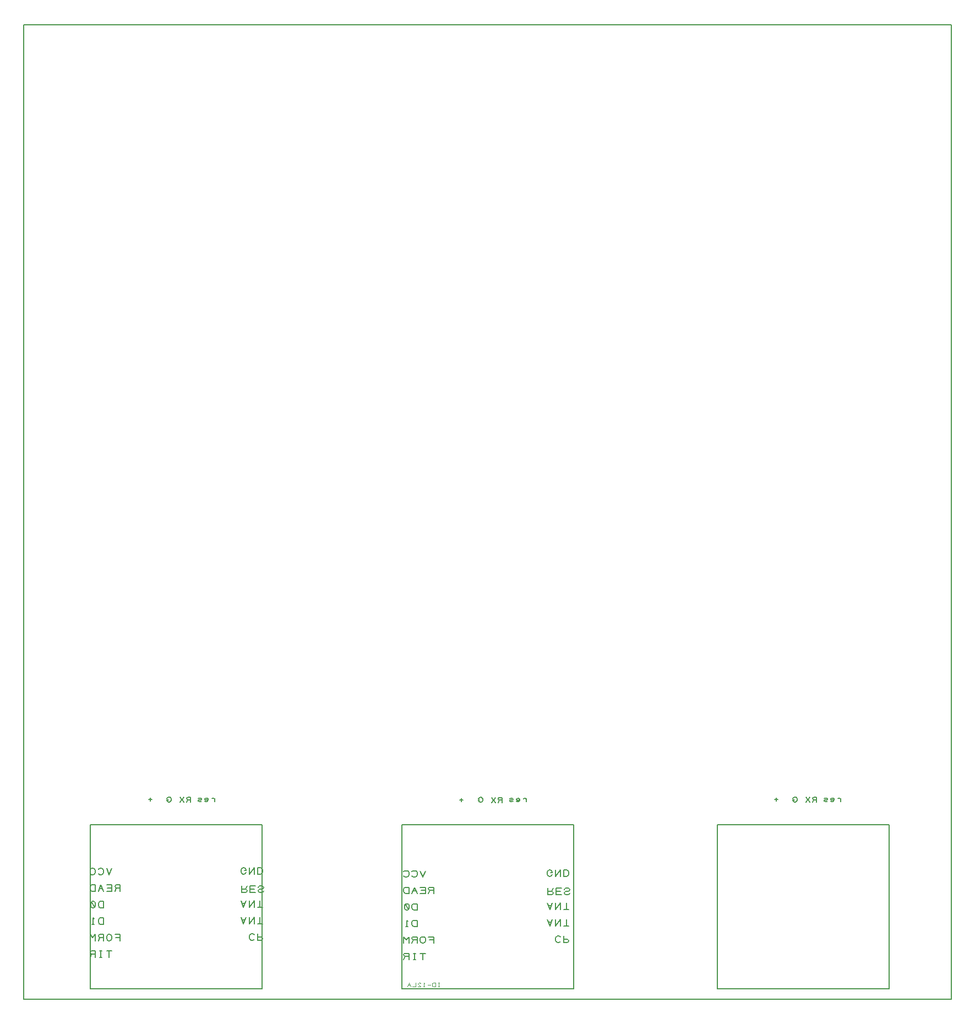
<source format=gbo>
%FSLAX35Y35*%
%MOIN*%
G04 EasyPC Gerber Version 18.0.8 Build 3632 *
%ADD84C,0.00450*%
%ADD11C,0.00500*%
%ADD15C,0.00600*%
%ADD83C,0.00750*%
X0Y0D02*
D02*
D11*
X144453Y6452D02*
Y106058D01*
X40516*
Y6452*
X144453*
X333184D02*
Y106058D01*
X229247*
Y6452*
X333184*
X524353D02*
Y106058D01*
X420416*
Y6452*
X524353*
X561920Y250D02*
Y590250D01*
X250*
Y250*
X561920*
D02*
D15*
X77808Y121187D02*
X75808D01*
X76808Y120187D02*
Y122187D01*
X87790Y120938D02*
X87040D01*
Y120688*
X87290Y120188*
X87540Y119938*
X88040Y119688*
X88540*
X89040Y119938*
X89290Y120188*
X89540Y120688*
Y121688*
X89290Y122188*
X89040Y122438*
X88540Y122688*
X88040*
X87540Y122438*
X87290Y122188*
X87040Y121688*
X101396Y119563D02*
Y122563D01*
X99646*
X99146Y122313*
X98896Y121813*
X99146Y121313*
X99646Y121063*
X101396*
X99646D02*
X98896Y119563D01*
X97396D02*
X94896Y122563D01*
X97396D02*
X94896Y119563D01*
X115998Y120062D02*
Y122062D01*
Y121312D02*
X115748Y121812D01*
X115248Y122062*
X114748*
X114248Y121812*
X109998Y120312D02*
X110248Y120062D01*
X110748*
X111248*
X111748Y120312*
X111998Y120812*
Y121562*
X111748Y121812*
X111248Y122062*
X110748*
X110248Y121812*
X109998Y121562*
Y121312*
X110248Y121062*
X110748Y120812*
X111248*
X111748Y121062*
X111998Y121312*
X107998Y120312D02*
X107498Y120062D01*
X106498*
X105998Y120312*
Y120812*
X106498Y121062*
X107498*
X107998Y121312*
Y121812*
X107498Y122062*
X106498*
X105998Y121812*
X266396Y121004D02*
X264396D01*
X265396Y120004D02*
Y122004D01*
X276378Y120755D02*
X275628D01*
Y120505*
X275878Y120005*
X276128Y119755*
X276628Y119505*
X277128*
X277628Y119755*
X277878Y120005*
X278128Y120505*
Y121505*
X277878Y122005*
X277628Y122255*
X277128Y122505*
X276628*
X276128Y122255*
X275878Y122005*
X275628Y121505*
X289984Y119380D02*
Y122380D01*
X288234*
X287734Y122130*
X287484Y121630*
X287734Y121130*
X288234Y120880*
X289984*
X288234D02*
X287484Y119380D01*
X285984D02*
X283484Y122380D01*
X285984D02*
X283484Y119380D01*
X304586Y119880D02*
Y121880D01*
Y121130D02*
X304336Y121630D01*
X303836Y121880*
X303336*
X302836Y121630*
X298586Y120130D02*
X298836Y119880D01*
X299336*
X299836*
X300336Y120130*
X300586Y120630*
Y121380*
X300336Y121630*
X299836Y121880*
X299336*
X298836Y121630*
X298586Y121380*
Y121130*
X298836Y120880*
X299336Y120630*
X299836*
X300336Y120880*
X300586Y121130*
X296586Y120130D02*
X296086Y119880D01*
X295086*
X294586Y120130*
Y120630*
X295086Y120880*
X296086*
X296586Y121130*
Y121630*
X296086Y121880*
X295086*
X294586Y121630*
X456835Y121187D02*
X454835D01*
X455835Y120187D02*
Y122187D01*
X466816Y120938D02*
X466066D01*
Y120688*
X466316Y120188*
X466566Y119938*
X467066Y119688*
X467566*
X468066Y119938*
X468316Y120188*
X468566Y120688*
Y121688*
X468316Y122188*
X468066Y122438*
X467566Y122688*
X467066*
X466566Y122438*
X466316Y122188*
X466066Y121688*
X480422Y119563D02*
Y122563D01*
X478672*
X478172Y122313*
X477922Y121813*
X478172Y121313*
X478672Y121063*
X480422*
X478672D02*
X477922Y119563D01*
X476422D02*
X473922Y122563D01*
X476422D02*
X473922Y119563D01*
X495024Y120062D02*
Y122062D01*
Y121312D02*
X494774Y121812D01*
X494274Y122062*
X493774*
X493274Y121812*
X489024Y120312D02*
X489274Y120062D01*
X489774*
X490274*
X490774Y120312*
X491024Y120812*
Y121562*
X490774Y121812*
X490274Y122062*
X489774*
X489274Y121812*
X489024Y121562*
Y121312*
X489274Y121062*
X489774Y120812*
X490274*
X490774Y121062*
X491024Y121312*
X487024Y120312D02*
X486524Y120062D01*
X485524*
X485024Y120312*
Y120812*
X485524Y121062*
X486524*
X487024Y121312*
Y121812*
X486524Y122062*
X485524*
X485024Y121812*
D02*
D83*
X48596Y45671D02*
Y49421D01*
X46721*
X46096Y49109*
X45784Y48796*
X45471Y48171*
Y46921*
X45784Y46296*
X46096Y45983*
X46721Y45671*
X48596*
X42971D02*
X41721D01*
X42346D02*
Y49421D01*
X42971Y48796*
X48596Y55671D02*
Y59421D01*
X46721*
X46096Y59109*
X45784Y58796*
X45471Y58171*
Y56921*
X45784Y56296*
X46096Y55983*
X46721Y55671*
X48596*
X43284Y55983D02*
X42659Y55671D01*
X42034*
X41409Y55983*
X41096Y56609*
Y58483*
X41409Y59109*
X42034Y59421*
X42659*
X43284Y59109*
X43596Y58483*
Y56609*
X43284Y55983*
X41409Y59109*
X52034Y25671D02*
Y29421D01*
X53596D02*
X50471D01*
X47659Y25671D02*
X46409D01*
X47034D02*
Y29421D01*
X47659D02*
X46409D01*
X43596Y25671D02*
Y29421D01*
X41409*
X40784Y29109*
X40471Y28483*
X40784Y27859*
X41409Y27546*
X43596*
X41409D02*
X40471Y25671D01*
X53596Y79421D02*
X52034Y75671D01*
X50471Y79421*
X45471Y76296D02*
X45784Y75983D01*
X46409Y75671*
X47346*
X47971Y75983*
X48284Y76296*
X48596Y76921*
Y78171*
X48284Y78796*
X47971Y79109*
X47346Y79421*
X46409*
X45784Y79109*
X45471Y78796*
X40471Y76296D02*
X40784Y75983D01*
X41409Y75671*
X42346*
X42971Y75983*
X43284Y76296*
X43596Y76921*
Y78171*
X43284Y78796*
X42971Y79109*
X42346Y79421*
X41409*
X40784Y79109*
X40471Y78796*
X58596Y35671D02*
Y39421D01*
X55471*
X56096Y37546D02*
X58596D01*
X53596Y36921D02*
Y38171D01*
X53284Y38796*
X52971Y39109*
X52346Y39421*
X51721*
X51096Y39109*
X50784Y38796*
X50471Y38171*
Y36921*
X50784Y36296*
X51096Y35983*
X51721Y35671*
X52346*
X52971Y35983*
X53284Y36296*
X53596Y36921*
X48596Y35671D02*
Y39421D01*
X46409*
X45784Y39109*
X45471Y38483*
X45784Y37859*
X46409Y37546*
X48596*
X46409D02*
X45471Y35671D01*
X43596D02*
Y39421D01*
X42034Y37546*
X40471Y39421*
Y35671*
X58596Y65671D02*
Y69421D01*
X56409*
X55784Y69109*
X55471Y68483*
X55784Y67859*
X56409Y67546*
X58596*
X56409D02*
X55471Y65671D01*
X53596D02*
Y69421D01*
X50471*
X51096Y67546D02*
X53596D01*
Y65671D02*
X50471D01*
X48596D02*
X47034Y69421D01*
X45471Y65671*
X47971Y67233D02*
X46096D01*
X43596Y65671D02*
Y69421D01*
X41721*
X41096Y69109*
X40784Y68796*
X40471Y68171*
Y66921*
X40784Y66296*
X41096Y65983*
X41721Y65671*
X43596*
X131840Y49796D02*
X133403Y46046D01*
X134965Y49796*
X132465Y48233D02*
X134340D01*
X136840Y49796D02*
Y46046D01*
X139965Y49796*
Y46046*
X143403Y49796D02*
Y46046D01*
X141840D02*
X144965D01*
X131840Y59796D02*
X133403Y56046D01*
X134965Y59796*
X132465Y58233D02*
X134340D01*
X136840Y59796D02*
Y56046D01*
X139965Y59796*
Y56046*
X143403Y59796D02*
Y56046D01*
X141840D02*
X144965D01*
X134028Y78233D02*
X134965D01*
Y78546*
X134653Y79171*
X134340Y79483*
X133715Y79796*
X133090*
X132465Y79483*
X132153Y79171*
X131840Y78546*
Y77296*
X132153Y76671*
X132465Y76358*
X133090Y76046*
X133715*
X134340Y76358*
X134653Y76671*
X134965Y77296*
X136840Y79796D02*
Y76046D01*
X139965Y79796*
Y76046*
X141840Y79796D02*
Y76046D01*
X143715*
X144340Y76358*
X144653Y76671*
X144965Y77296*
Y78546*
X144653Y79171*
X144340Y79483*
X143715Y79796*
X141840*
X132340Y68796D02*
Y65046D01*
X134528*
X135153Y65358*
X135465Y65983*
X135153Y66608*
X134528Y66921*
X132340*
X134528D02*
X135465Y68796D01*
X137340D02*
Y65046D01*
X140465*
X139840Y66921D02*
X137340D01*
Y68796D02*
X140465D01*
X142340Y67858D02*
X142653Y68483D01*
X143278Y68796*
X144528*
X145153Y68483*
X145465Y67858*
X145153Y67233*
X144528Y66921*
X143278*
X142653Y66608*
X142340Y65983*
X142653Y65358*
X143278Y65046*
X144528*
X145153Y65358*
X145465Y65983*
X139965Y39171D02*
X139653Y39483D01*
X139028Y39796*
X138090*
X137465Y39483*
X137153Y39171*
X136840Y38546*
Y37296*
X137153Y36671*
X137465Y36358*
X138090Y36046*
X139028*
X139653Y36358*
X139965Y36671*
X141840Y39796D02*
Y36046D01*
X144028*
X144653Y36358*
X144965Y36983*
X144653Y37608*
X144028Y37921*
X141840*
X238471Y44317D02*
Y48067D01*
X236596*
X235971Y47755*
X235658Y47443*
X235346Y46817*
Y45567*
X235658Y44943*
X235971Y44630*
X236596Y44317*
X238471*
X232846D02*
X231596D01*
X232221D02*
Y48067D01*
X232846Y47443*
X238471Y54317D02*
Y58067D01*
X236596*
X235971Y57755*
X235658Y57443*
X235346Y56817*
Y55567*
X235658Y54943*
X235971Y54630*
X236596Y54317*
X238471*
X233158Y54630D02*
X232533Y54317D01*
X231908*
X231283Y54630*
X230971Y55255*
Y57130*
X231283Y57755*
X231908Y58067*
X232533*
X233158Y57755*
X233471Y57130*
Y55255*
X233158Y54630*
X231283Y57755*
X241908Y24317D02*
Y28067D01*
X243471D02*
X240346D01*
X237533Y24317D02*
X236283D01*
X236908D02*
Y28067D01*
X237533D02*
X236283D01*
X233471Y24317D02*
Y28067D01*
X231283*
X230658Y27755*
X230346Y27130*
X230658Y26505*
X231283Y26193*
X233471*
X231283D02*
X230346Y24317D01*
X243471Y78067D02*
X241908Y74317D01*
X240346Y78067*
X235346Y74943D02*
X235658Y74630D01*
X236283Y74317*
X237221*
X237846Y74630*
X238158Y74943*
X238471Y75567*
Y76817*
X238158Y77443*
X237846Y77755*
X237221Y78067*
X236283*
X235658Y77755*
X235346Y77443*
X230346Y74943D02*
X230658Y74630D01*
X231283Y74317*
X232221*
X232846Y74630*
X233158Y74943*
X233471Y75567*
Y76817*
X233158Y77443*
X232846Y77755*
X232221Y78067*
X231283*
X230658Y77755*
X230346Y77443*
X248471Y34317D02*
Y38067D01*
X245346*
X245971Y36193D02*
X248471D01*
X243471Y35567D02*
Y36817D01*
X243158Y37443*
X242846Y37755*
X242221Y38067*
X241596*
X240971Y37755*
X240658Y37443*
X240346Y36817*
Y35567*
X240658Y34943*
X240971Y34630*
X241596Y34317*
X242221*
X242846Y34630*
X243158Y34943*
X243471Y35567*
X238471Y34317D02*
Y38067D01*
X236283*
X235658Y37755*
X235346Y37130*
X235658Y36505*
X236283Y36193*
X238471*
X236283D02*
X235346Y34317D01*
X233471D02*
Y38067D01*
X231908Y36193*
X230346Y38067*
Y34317*
X248471Y64317D02*
Y68067D01*
X246283*
X245658Y67755*
X245346Y67130*
X245658Y66505*
X246283Y66193*
X248471*
X246283D02*
X245346Y64317D01*
X243471D02*
Y68067D01*
X240346*
X240971Y66193D02*
X243471D01*
Y64317D02*
X240346D01*
X238471D02*
X236908Y68067D01*
X235346Y64317*
X237846Y65880D02*
X235971D01*
X233471Y64317D02*
Y68067D01*
X231596*
X230971Y67755*
X230658Y67443*
X230346Y66817*
Y65567*
X230658Y64943*
X230971Y64630*
X231596Y64317*
X233471*
X317222Y48443D02*
X318784Y44693D01*
X320347Y48443*
X317847Y46880D02*
X319722D01*
X322222Y48443D02*
Y44693D01*
X325347Y48443*
Y44693*
X328784Y48443D02*
Y44693D01*
X327222D02*
X330347D01*
X317222Y58443D02*
X318784Y54693D01*
X320347Y58443*
X317847Y56880D02*
X319722D01*
X322222Y58443D02*
Y54693D01*
X325347Y58443*
Y54693*
X328784Y58443D02*
Y54693D01*
X327222D02*
X330347D01*
X319409Y76880D02*
X320347D01*
Y77193*
X320034Y77817*
X319722Y78130*
X319097Y78443*
X318472*
X317847Y78130*
X317534Y77817*
X317222Y77193*
Y75943*
X317534Y75317*
X317847Y75005*
X318472Y74693*
X319097*
X319722Y75005*
X320034Y75317*
X320347Y75943*
X322222Y78443D02*
Y74693D01*
X325347Y78443*
Y74693*
X327222Y78443D02*
Y74693D01*
X329097*
X329722Y75005*
X330034Y75317*
X330347Y75943*
Y77193*
X330034Y77817*
X329722Y78130*
X329097Y78443*
X327222*
X317722Y67443D02*
Y63693D01*
X319909*
X320534Y64005*
X320847Y64630*
X320534Y65255*
X319909Y65567*
X317722*
X319909D02*
X320847Y67443D01*
X322722D02*
Y63693D01*
X325847*
X325222Y65567D02*
X322722D01*
Y67443D02*
X325847D01*
X327722Y66505D02*
X328034Y67130D01*
X328659Y67443*
X329909*
X330534Y67130*
X330847Y66505*
X330534Y65880*
X329909Y65567*
X328659*
X328034Y65255*
X327722Y64630*
X328034Y64005*
X328659Y63693*
X329909*
X330534Y64005*
X330847Y64630*
X325347Y37817D02*
X325034Y38130D01*
X324409Y38443*
X323472*
X322847Y38130*
X322534Y37817*
X322222Y37193*
Y35943*
X322534Y35317*
X322847Y35005*
X323472Y34693*
X324409*
X325034Y35005*
X325347Y35317*
X327222Y38443D02*
Y34693D01*
X329409*
X330034Y35005*
X330347Y35630*
X330034Y36255*
X329409Y36567*
X327222*
D02*
D84*
X251894Y7999D02*
X251144D01*
X251519D02*
Y10249D01*
X251894D02*
X251144D01*
X249457Y7999D02*
Y10249D01*
X248331*
X247957Y10061*
X247769Y9874*
X247581Y9499*
Y8749*
X247769Y8374*
X247957Y8186*
X248331Y7999*
X249457*
X246457Y8749D02*
X244957D01*
X243081Y7999D02*
X242331D01*
X242707D02*
Y10249D01*
X243081Y9874*
X238957Y7999D02*
X240457D01*
X239144Y9311*
X238957Y9686*
X239144Y10061*
X239519Y10249*
X240081*
X240457Y10061*
X237457Y10249D02*
Y7999D01*
X235581*
X234457D02*
X233519Y10249D01*
X232581Y7999*
X234081Y8936D02*
X232957D01*
X0Y0D02*
M02*

</source>
